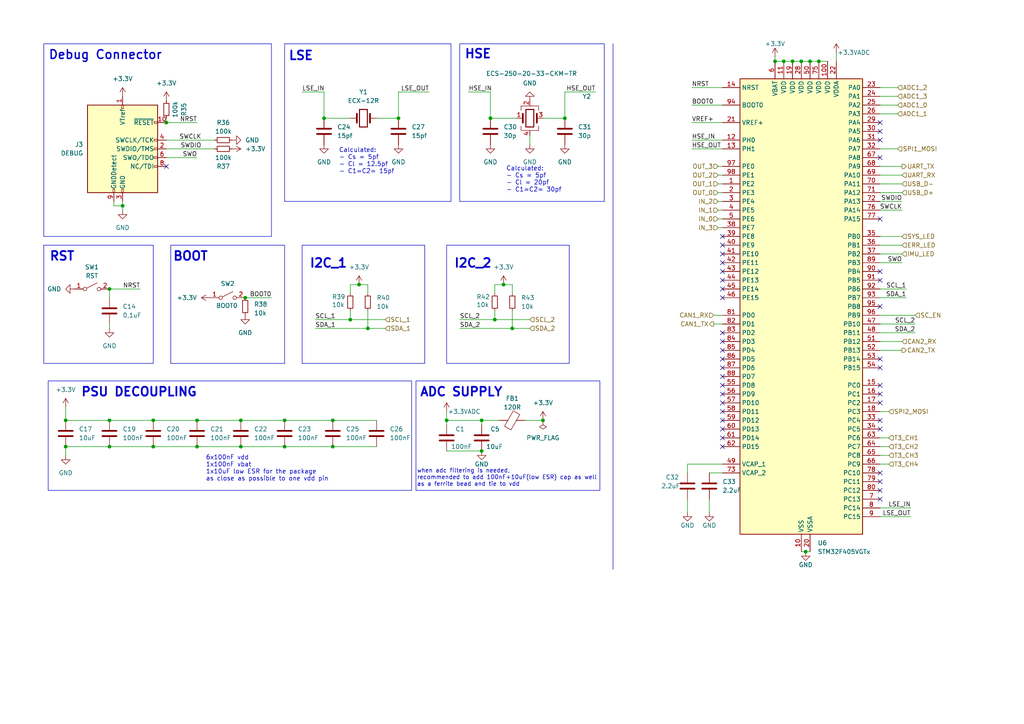
<source format=kicad_sch>
(kicad_sch (version 20231120) (generator "eeschema") (generator_version "8.0")
  (paper "A4")
  (lib_symbols
    (symbol "Connector:Conn_ARM_JTAG_SWD_10" (pin_names (offset 1.016))
      (property "Reference" "J" (at -2.54 16.51 0))
      (property "Value" "Conn_ARM_JTAG_SWD_10" (at -2.54 13.97 0))
      (symbol "Conn_ARM_JTAG_SWD_10_0_1"
        (rectangle (start -10.16 12.7) (end 10.16 -12.7) (stroke (width 0.254)) (fill (type background)))
        (rectangle (start -2.794 -12.7) (end -2.286 -11.684))
        (rectangle (start -0.254 -12.7) (end 0.254 -11.684))
        (rectangle (start -0.254 12.7) (end 0.254 11.684))
        (rectangle (start 9.144 2.286) (end 10.16 2.794))
        (rectangle (start 10.16 -2.794) (end 9.144 -2.286))
        (rectangle (start 10.16 -0.254) (end 9.144 0.254))
        (rectangle (start 10.16 7.874) (end 9.144 7.366))
      )
      (symbol "Conn_ARM_JTAG_SWD_10_1_1"
        (rectangle (start 9.144 -5.334) (end 10.16 -4.826))
        (pin power_in line (at 0 15.24 270) (length 2.54) (name "VTref") (number "1"))
        (pin open_collector line (at 12.7 7.62 180) (length 2.54) (name "~{RESET}") (number "10"))
        (pin bidirectional line (at 12.7 0 180) (length 2.54) (name "SWDIO/TMS") (number "2"))
        (pin power_in line (at 0 -15.24 90) (length 2.54) (name "GND") (number "3"))
        (pin output line (at 12.7 2.54 180) (length 2.54) (name "SWCLK/TCK") (number "4"))
        (pin passive line (at 0 -15.24 90) (length 2.54) hide (name "GND") (number "5"))
        (pin input line (at 12.7 -2.54 180) (length 2.54) (name "SWO/TDO") (number "6"))
        (pin no_connect line (at -10.16 0 0) (length 2.54) hide (name "KEY") (number "7"))
        (pin output line (at 12.7 -5.08 180) (length 2.54) (name "NC/TDI") (number "8"))
        (pin passive line (at -2.54 -15.24 90) (length 2.54) (name "GNDDetect") (number "9"))
      )
    )
    (symbol "Device:C" (pin_numbers hide) (pin_names (offset 0.254))
      (property "Reference" "C" (at 0.635 2.54 0))
      (property "Value" "C" (at 0.635 -2.54 0))
      (symbol "C_0_1"
        (polyline (pts (xy -2.032 -0.762) (xy 2.032 -0.762)) (stroke (width 0.508)))
        (polyline (pts (xy -2.032 0.762) (xy 2.032 0.762)) (stroke (width 0.508)))
      )
      (symbol "C_1_1"
        (pin passive line (at 0 3.81 270) (length 2.794) (name "~") (number "1"))
        (pin passive line (at 0 -3.81 90) (length 2.794) (name "~") (number "2"))
      )
    )
    (symbol "Device:Crystal" (pin_numbers hide) (pin_names (offset 1.016) hide)
      (property "Reference" "Y" (at 0 3.81 0))
      (property "Value" "Crystal" (at 0 -3.81 0))
      (symbol "Crystal_0_1"
        (rectangle (start -1.143 2.54) (end 1.143 -2.54) (stroke (width 0.3048)))
        (polyline (pts (xy -2.54 0) (xy -1.905 0)))
        (polyline (pts (xy -1.905 -1.27) (xy -1.905 1.27)) (stroke (width 0.508)))
        (polyline (pts (xy 1.905 -1.27) (xy 1.905 1.27)) (stroke (width 0.508)))
        (polyline (pts (xy 2.54 0) (xy 1.905 0)))
      )
      (symbol "Crystal_1_1"
        (pin passive line (at -3.81 0 0) (length 1.27) (name "1") (number "1"))
        (pin passive line (at 3.81 0 180) (length 1.27) (name "2") (number "2"))
      )
    )
    (symbol "Device:Crystal_GND24" (pin_names (offset 1.016) hide)
      (property "Reference" "Y" (at 3.175 5.08 0))
      (property "Value" "Crystal_GND24" (at 3.175 3.175 0))
      (symbol "Crystal_GND24_0_1"
        (rectangle (start -1.143 2.54) (end 1.143 -2.54) (stroke (width 0.3048)))
        (polyline (pts (xy -2.54 0) (xy -2.032 0)))
        (polyline (pts (xy -2.032 -1.27) (xy -2.032 1.27)) (stroke (width 0.508)))
        (polyline (pts (xy 0 -3.81) (xy 0 -3.556)))
        (polyline (pts (xy 0 3.556) (xy 0 3.81)))
        (polyline (pts (xy 2.032 -1.27) (xy 2.032 1.27)) (stroke (width 0.508)))
        (polyline (pts (xy 2.032 0) (xy 2.54 0)))
        (polyline (pts (xy -2.54 -2.286) (xy -2.54 -3.556) (xy 2.54 -3.556) (xy 2.54 -2.286)))
        (polyline (pts (xy -2.54 2.286) (xy -2.54 3.556) (xy 2.54 3.556) (xy 2.54 2.286)))
      )
      (symbol "Crystal_GND24_1_1"
        (pin passive line (at -3.81 0 0) (length 1.27) (name "1") (number "1"))
        (pin passive line (at 0 5.08 270) (length 1.27) (name "2") (number "2"))
        (pin passive line (at 3.81 0 180) (length 1.27) (name "3") (number "3"))
        (pin passive line (at 0 -5.08 90) (length 1.27) (name "4") (number "4"))
      )
    )
    (symbol "Device:FerriteBead" (pin_numbers hide) (pin_names (offset 0))
      (property "Reference" "FB" (at -3.81 0.635 90))
      (property "Value" "FerriteBead" (at 3.81 0 90))
      (symbol "FerriteBead_0_1"
        (polyline (pts (xy 0 -1.27) (xy 0 -1.2192)))
        (polyline (pts (xy 0 1.27) (xy 0 1.2954)))
        (polyline (pts (xy -2.7686 0.4064) (xy -1.7018 2.2606) (xy 2.7686 -0.3048) (xy 1.6764 -2.159) (xy -2.7686 0.4064)))
      )
      (symbol "FerriteBead_1_1"
        (pin passive line (at 0 3.81 270) (length 2.54) (name "~") (number "1"))
        (pin passive line (at 0 -3.81 90) (length 2.54) (name "~") (number "2"))
      )
    )
    (symbol "Device:R_Small" (pin_numbers hide) (pin_names (offset 0.254) hide)
      (property "Reference" "R" (at 0.762 0.508 0))
      (property "Value" "R_Small" (at 0.762 -1.016 0))
      (symbol "R_Small_0_1"
        (rectangle (start -0.762 1.778) (end 0.762 -1.778) (stroke (width 0.2032)))
      )
      (symbol "R_Small_1_1"
        (pin passive line (at 0 2.54 270) (length 0.762) (name "~") (number "1"))
        (pin passive line (at 0 -2.54 90) (length 0.762) (name "~") (number "2"))
      )
    )
    (symbol "GND_1" (power) (pin_names (offset 0))
      (property "Value" "GND_1" (at 0 -3.81 0))
      (symbol "GND_1_0_1"
        (polyline (pts (xy 0 0) (xy 0 -1.27) (xy 1.27 -1.27) (xy 0 -2.54) (xy -1.27 -1.27) (xy 0 -1.27)))
      )
      (symbol "GND_1_1_1"
        (pin power_in line (at 0 0 270) (length 0) hide (name "GND") (number "1"))
      )
    )
    (symbol "GND_2" (power) (pin_numbers hide) (pin_names (offset 0) hide)
      (property "Value" "GND" (at 0 -3.81 0))
      (symbol "GND_2_0_1"
        (polyline (pts (xy 0 0) (xy 0 -1.27) (xy 1.27 -1.27) (xy 0 -2.54) (xy -1.27 -1.27) (xy 0 -1.27)))
      )
      (symbol "GND_2_1_1"
        (pin power_in line (at 0 0 270) (length 0) (name "~") (number "1"))
      )
    )
    (symbol "MCU_ST_STM32F4:STM32F405VGTx"
      (property "Reference" "U" (at -17.78 67.31 0))
      (property "Value" "STM32F405VGTx" (at 12.7 67.31 0))
      (symbol "STM32F405VGTx_0_1"
        (rectangle (start -17.78 -66.04) (end 17.78 66.04) (stroke (width 0.254)) (fill (type background)))
      )
      (symbol "STM32F405VGTx_1_1"
        (pin bidirectional line (at -22.86 35.56 0) (length 5.08) (name "PE2") (number "1"))
        (pin power_in line (at 0 -71.12 90) (length 5.08) (name "VSS") (number "10"))
        (pin power_in line (at 7.62 71.12 270) (length 5.08) (name "VDD") (number "100"))
        (pin power_in line (at -5.08 71.12 270) (length 5.08) (name "VDD") (number "11"))
        (pin bidirectional line (at -22.86 48.26 0) (length 5.08) (name "PH0") (number "12"))
        (pin bidirectional line (at -22.86 45.72 0) (length 5.08) (name "PH1") (number "13"))
        (pin input line (at -22.86 63.5 0) (length 5.08) (name "NRST") (number "14"))
        (pin bidirectional line (at 22.86 -22.86 180) (length 5.08) (name "PC0") (number "15"))
        (pin bidirectional line (at 22.86 -25.4 180) (length 5.08) (name "PC1") (number "16"))
        (pin bidirectional line (at 22.86 -27.94 180) (length 5.08) (name "PC2") (number "17"))
        (pin bidirectional line (at 22.86 -30.48 180) (length 5.08) (name "PC3") (number "18"))
        (pin power_in line (at -2.54 71.12 270) (length 5.08) (name "VDD") (number "19"))
        (pin bidirectional line (at -22.86 33.02 0) (length 5.08) (name "PE3") (number "2"))
        (pin power_in line (at 2.54 -71.12 90) (length 5.08) (name "VSSA") (number "20"))
        (pin input line (at -22.86 53.34 0) (length 5.08) (name "VREF+") (number "21"))
        (pin power_in line (at 10.16 71.12 270) (length 5.08) (name "VDDA") (number "22"))
        (pin bidirectional line (at 22.86 63.5 180) (length 5.08) (name "PA0") (number "23"))
        (pin bidirectional line (at 22.86 60.96 180) (length 5.08) (name "PA1") (number "24"))
        (pin bidirectional line (at 22.86 58.42 180) (length 5.08) (name "PA2") (number "25"))
        (pin bidirectional line (at 22.86 55.88 180) (length 5.08) (name "PA3") (number "26"))
        (pin passive line (at 0 -71.12 90) (length 5.08) hide (name "VSS") (number "27"))
        (pin power_in line (at 0 71.12 270) (length 5.08) (name "VDD") (number "28"))
        (pin bidirectional line (at 22.86 53.34 180) (length 5.08) (name "PA4") (number "29"))
        (pin bidirectional line (at -22.86 30.48 0) (length 5.08) (name "PE4") (number "3"))
        (pin bidirectional line (at 22.86 50.8 180) (length 5.08) (name "PA5") (number "30"))
        (pin bidirectional line (at 22.86 48.26 180) (length 5.08) (name "PA6") (number "31"))
        (pin bidirectional line (at 22.86 45.72 180) (length 5.08) (name "PA7") (number "32"))
        (pin bidirectional line (at 22.86 -33.02 180) (length 5.08) (name "PC4") (number "33"))
        (pin bidirectional line (at 22.86 -35.56 180) (length 5.08) (name "PC5") (number "34"))
        (pin bidirectional line (at 22.86 20.32 180) (length 5.08) (name "PB0") (number "35"))
        (pin bidirectional line (at 22.86 17.78 180) (length 5.08) (name "PB1") (number "36"))
        (pin bidirectional line (at 22.86 15.24 180) (length 5.08) (name "PB2") (number "37"))
        (pin bidirectional line (at -22.86 22.86 0) (length 5.08) (name "PE7") (number "38"))
        (pin bidirectional line (at -22.86 20.32 0) (length 5.08) (name "PE8") (number "39"))
        (pin bidirectional line (at -22.86 27.94 0) (length 5.08) (name "PE5") (number "4"))
        (pin bidirectional line (at -22.86 17.78 0) (length 5.08) (name "PE9") (number "40"))
        (pin bidirectional line (at -22.86 15.24 0) (length 5.08) (name "PE10") (number "41"))
        (pin bidirectional line (at -22.86 12.7 0) (length 5.08) (name "PE11") (number "42"))
        (pin bidirectional line (at -22.86 10.16 0) (length 5.08) (name "PE12") (number "43"))
        (pin bidirectional line (at -22.86 7.62 0) (length 5.08) (name "PE13") (number "44"))
        (pin bidirectional line (at -22.86 5.08 0) (length 5.08) (name "PE14") (number "45"))
        (pin bidirectional line (at -22.86 2.54 0) (length 5.08) (name "PE15") (number "46"))
        (pin bidirectional line (at 22.86 -5.08 180) (length 5.08) (name "PB10") (number "47"))
        (pin bidirectional line (at 22.86 -7.62 180) (length 5.08) (name "PB11") (number "48"))
        (pin power_out line (at -22.86 -45.72 0) (length 5.08) (name "VCAP_1") (number "49"))
        (pin bidirectional line (at -22.86 25.4 0) (length 5.08) (name "PE6") (number "5"))
        (pin power_in line (at 2.54 71.12 270) (length 5.08) (name "VDD") (number "50"))
        (pin bidirectional line (at 22.86 -10.16 180) (length 5.08) (name "PB12") (number "51"))
        (pin bidirectional line (at 22.86 -12.7 180) (length 5.08) (name "PB13") (number "52"))
        (pin bidirectional line (at 22.86 -15.24 180) (length 5.08) (name "PB14") (number "53"))
        (pin bidirectional line (at 22.86 -17.78 180) (length 5.08) (name "PB15") (number "54"))
        (pin bidirectional line (at -22.86 -22.86 0) (length 5.08) (name "PD8") (number "55"))
        (pin bidirectional line (at -22.86 -25.4 0) (length 5.08) (name "PD9") (number "56"))
        (pin bidirectional line (at -22.86 -27.94 0) (length 5.08) (name "PD10") (number "57"))
        (pin bidirectional line (at -22.86 -30.48 0) (length 5.08) (name "PD11") (number "58"))
        (pin bidirectional line (at -22.86 -33.02 0) (length 5.08) (name "PD12") (number "59"))
        (pin power_in line (at -7.62 71.12 270) (length 5.08) (name "VBAT") (number "6"))
        (pin bidirectional line (at -22.86 -35.56 0) (length 5.08) (name "PD13") (number "60"))
        (pin bidirectional line (at -22.86 -38.1 0) (length 5.08) (name "PD14") (number "61"))
        (pin bidirectional line (at -22.86 -40.64 0) (length 5.08) (name "PD15") (number "62"))
        (pin bidirectional line (at 22.86 -38.1 180) (length 5.08) (name "PC6") (number "63"))
        (pin bidirectional line (at 22.86 -40.64 180) (length 5.08) (name "PC7") (number "64"))
        (pin bidirectional line (at 22.86 -43.18 180) (length 5.08) (name "PC8") (number "65"))
        (pin bidirectional line (at 22.86 -45.72 180) (length 5.08) (name "PC9") (number "66"))
        (pin bidirectional line (at 22.86 43.18 180) (length 5.08) (name "PA8") (number "67"))
        (pin bidirectional line (at 22.86 40.64 180) (length 5.08) (name "PA9") (number "68"))
        (pin bidirectional line (at 22.86 38.1 180) (length 5.08) (name "PA10") (number "69"))
        (pin bidirectional line (at 22.86 -55.88 180) (length 5.08) (name "PC13") (number "7"))
        (pin bidirectional line (at 22.86 35.56 180) (length 5.08) (name "PA11") (number "70"))
        (pin bidirectional line (at 22.86 33.02 180) (length 5.08) (name "PA12") (number "71"))
        (pin bidirectional line (at 22.86 30.48 180) (length 5.08) (name "PA13") (number "72"))
        (pin power_out line (at -22.86 -48.26 0) (length 5.08) (name "VCAP_2") (number "73"))
        (pin passive line (at 0 -71.12 90) (length 5.08) hide (name "VSS") (number "74"))
        (pin power_in line (at 5.08 71.12 270) (length 5.08) (name "VDD") (number "75"))
        (pin bidirectional line (at 22.86 27.94 180) (length 5.08) (name "PA14") (number "76"))
        (pin bidirectional line (at 22.86 25.4 180) (length 5.08) (name "PA15") (number "77"))
        (pin bidirectional line (at 22.86 -48.26 180) (length 5.08) (name "PC10") (number "78"))
        (pin bidirectional line (at 22.86 -50.8 180) (length 5.08) (name "PC11") (number "79"))
        (pin bidirectional line (at 22.86 -58.42 180) (length 5.08) (name "PC14") (number "8"))
        (pin bidirectional line (at 22.86 -53.34 180) (length 5.08) (name "PC12") (number "80"))
        (pin bidirectional line (at -22.86 -2.54 0) (length 5.08) (name "PD0") (number "81"))
        (pin bidirectional line (at -22.86 -5.08 0) (length 5.08) (name "PD1") (number "82"))
        (pin bidirectional line (at -22.86 -7.62 0) (length 5.08) (name "PD2") (number "83"))
        (pin bidirectional line (at -22.86 -10.16 0) (length 5.08) (name "PD3") (number "84"))
        (pin bidirectional line (at -22.86 -12.7 0) (length 5.08) (name "PD4") (number "85"))
        (pin bidirectional line (at -22.86 -15.24 0) (length 5.08) (name "PD5") (number "86"))
        (pin bidirectional line (at -22.86 -17.78 0) (length 5.08) (name "PD6") (number "87"))
        (pin bidirectional line (at -22.86 -20.32 0) (length 5.08) (name "PD7") (number "88"))
        (pin bidirectional line (at 22.86 12.7 180) (length 5.08) (name "PB3") (number "89"))
        (pin bidirectional line (at 22.86 -60.96 180) (length 5.08) (name "PC15") (number "9"))
        (pin bidirectional line (at 22.86 10.16 180) (length 5.08) (name "PB4") (number "90"))
        (pin bidirectional line (at 22.86 7.62 180) (length 5.08) (name "PB5") (number "91"))
        (pin bidirectional line (at 22.86 5.08 180) (length 5.08) (name "PB6") (number "92"))
        (pin bidirectional line (at 22.86 2.54 180) (length 5.08) (name "PB7") (number "93"))
        (pin input line (at -22.86 58.42 0) (length 5.08) (name "BOOT0") (number "94"))
        (pin bidirectional line (at 22.86 0 180) (length 5.08) (name "PB8") (number "95"))
        (pin bidirectional line (at 22.86 -2.54 180) (length 5.08) (name "PB9") (number "96"))
        (pin bidirectional line (at -22.86 40.64 0) (length 5.08) (name "PE0") (number "97"))
        (pin bidirectional line (at -22.86 38.1 0) (length 5.08) (name "PE1") (number "98"))
        (pin passive line (at 0 -71.12 90) (length 5.08) hide (name "VSS") (number "99"))
      )
    )
    (symbol "Switch:SW_SPST" (pin_names (offset 0) hide)
      (property "Reference" "SW" (at 0 3.175 0))
      (property "Value" "SW_SPST" (at 0 -2.54 0))
      (symbol "SW_SPST_0_0"
        (circle (center -2.032 0) (radius 0.508))
        (polyline (pts (xy -1.524 0.254) (xy 1.524 1.778)))
        (circle (center 2.032 0) (radius 0.508))
      )
      (symbol "SW_SPST_1_1"
        (pin passive line (at -5.08 0 0) (length 2.54) (name "A") (number "1"))
        (pin passive line (at 5.08 0 180) (length 2.54) (name "B") (number "2"))
      )
    )
    (symbol "power:+3.3V" (power) (pin_names (offset 0))
      (property "Value" "+3.3V" (at 0 3.556 0))
      (symbol "+3.3V_0_1"
        (polyline (pts (xy -0.762 1.27) (xy 0 2.54)))
        (polyline (pts (xy 0 0) (xy 0 2.54)))
        (polyline (pts (xy 0 2.54) (xy 0.762 1.27)))
      )
      (symbol "+3.3V_1_1"
        (pin power_in line (at 0 0 90) (length 0) hide (name "+3.3V") (number "1"))
      )
    )
    (symbol "power:+3.3VADC" (power) (pin_names (offset 0))
      (property "Value" "+3.3VADC" (at 0 2.54 0))
      (symbol "+3.3VADC_0_0"
        (pin power_in line (at 0 0 90) (length 0) hide (name "+3.3VADC") (number "1"))
      )
      (symbol "+3.3VADC_0_1"
        (polyline (pts (xy -0.762 1.27) (xy 0 2.54)))
        (polyline (pts (xy 0 0) (xy 0 2.54)))
        (polyline (pts (xy 0 2.54) (xy 0.762 1.27)))
      )
    )
    (symbol "power:GND" (power) (pin_names (offset 0))
      (property "Value" "GND" (at 0 -3.81 0))
      (symbol "GND_0_1"
        (polyline (pts (xy 0 0) (xy 0 -1.27) (xy 1.27 -1.27) (xy 0 -2.54) (xy -1.27 -1.27) (xy 0 -1.27)))
      )
      (symbol "GND_1_1"
        (pin power_in line (at 0 0 270) (length 0) hide (name "GND") (number "1"))
      )
    )
    (symbol "power:PWR_FLAG" (power) (pin_numbers hide) (pin_names (offset 0) hide)
      (property "Value" "PWR_FLAG" (at 0 3.81 0))
      (symbol "PWR_FLAG_0_0"
        (pin power_out line (at 0 0 90) (length 0) (name "~") (number "1"))
      )
      (symbol "PWR_FLAG_0_1"
        (polyline (pts (xy 0 0) (xy 0 1.27) (xy -1.016 1.905) (xy 0 2.54) (xy 1.016 1.905) (xy 0 1.27)))
      )
    )
  )
  (junction (at 19.05 121.92))
  (junction (at 139.7 121.92))
  (junction (at 148.59 95.25))
  (junction (at 71.12 86.36))
  (junction (at 35.56 59.69))
  (junction (at 69.85 121.92))
  (junction (at 48.26 35.56))
  (junction (at 82.55 121.92))
  (junction (at 19.05 129.54))
  (junction (at 229.87 17.78))
  (junction (at 44.45 129.54))
  (junction (at 96.52 129.54))
  (junction (at 146.05 82.55))
  (junction (at 224.79 17.78))
  (junction (at 142.24 34.29))
  (junction (at 129.54 121.92))
  (junction (at 139.7 130.81))
  (junction (at 31.75 129.54))
  (junction (at 57.15 121.92))
  (junction (at 143.51 92.71))
  (junction (at 69.85 129.54))
  (junction (at 82.55 129.54))
  (junction (at 57.15 129.54))
  (junction (at 237.49 17.78))
  (junction (at 233.68 160.02))
  (junction (at 106.68 95.25))
  (junction (at 31.75 121.92))
  (junction (at 115.57 34.29))
  (junction (at 44.45 121.92))
  (junction (at 232.41 17.78))
  (junction (at 93.98 34.29))
  (junction (at 31.75 83.82))
  (junction (at 96.52 121.92))
  (junction (at 157.48 121.92))
  (junction (at 227.33 17.78))
  (junction (at 104.14 82.55))
  (junction (at 163.83 34.29))
  (junction (at 101.6 92.71))
  (junction (at 234.95 17.78))
  (no_connect (at 255.27 137.16))
  (no_connect (at 209.55 83.82))
  (no_connect (at 209.55 127))
  (no_connect (at 209.55 101.6))
  (no_connect (at 255.27 139.7))
  (no_connect (at 255.27 142.24))
  (no_connect (at 255.27 45.72))
  (no_connect (at 209.55 76.2))
  (no_connect (at 209.55 116.84))
  (no_connect (at 209.55 68.58))
  (no_connect (at 255.27 88.9))
  (no_connect (at 255.27 78.74))
  (no_connect (at 209.55 109.22))
  (no_connect (at 209.55 106.68))
  (no_connect (at 255.27 81.28))
  (no_connect (at 209.55 114.3))
  (no_connect (at 209.55 104.14))
  (no_connect (at 255.27 121.92))
  (no_connect (at 255.27 63.5))
  (no_connect (at 48.26 48.26))
  (no_connect (at 209.55 129.54))
  (no_connect (at 255.27 114.3))
  (no_connect (at 209.55 111.76))
  (no_connect (at 255.27 35.56))
  (no_connect (at 209.55 78.74))
  (no_connect (at 209.55 96.52))
  (no_connect (at 209.55 99.06))
  (no_connect (at 255.27 116.84))
  (no_connect (at 255.27 40.64))
  (no_connect (at 255.27 111.76))
  (no_connect (at 209.55 71.12))
  (no_connect (at 255.27 144.78))
  (no_connect (at 255.27 106.68))
  (no_connect (at 255.27 104.14))
  (no_connect (at 209.55 73.66))
  (no_connect (at 255.27 38.1))
  (no_connect (at 209.55 86.36))
  (no_connect (at 209.55 119.38))
  (no_connect (at 255.27 124.46))
  (no_connect (at 209.55 121.92))
  (no_connect (at 209.55 81.28))
  (no_connect (at 209.55 124.46))
  (wire (pts (xy 129.54 130.81) (xy 139.7 130.81)))
  (wire (pts (xy 207.01 93.98) (xy 209.55 93.98)))
  (wire (pts (xy 209.55 35.56) (xy 200.66 35.56)))
  (wire (pts (xy 139.7 121.92) (xy 144.78 121.92)))
  (wire (pts (xy 35.56 60.96) (xy 35.56 59.69)))
  (wire (pts (xy 208.28 63.5) (xy 209.55 63.5)))
  (wire (pts (xy 115.57 26.67) (xy 124.46 26.67)))
  (wire (pts (xy 229.87 17.78) (xy 232.41 17.78)))
  (wire (pts (xy 146.05 82.55) (xy 148.59 82.55)))
  (wire (pts (xy 257.81 132.08) (xy 255.27 132.08)))
  (wire (pts (xy 234.95 17.78) (xy 237.49 17.78)))
  (wire (pts (xy 200.66 30.48) (xy 209.55 30.48)))
  (wire (pts (xy 237.49 17.78) (xy 240.03 17.78)))
  (wire (pts (xy 255.27 55.88) (xy 261.62 55.88)))
  (wire (pts (xy 129.54 121.92) (xy 139.7 121.92)))
  (wire (pts (xy 199.39 137.16) (xy 199.39 134.62)))
  (wire (pts (xy 143.51 85.09) (xy 143.51 82.55)))
  (wire (pts (xy 104.14 82.55) (xy 106.68 82.55)))
  (wire (pts (xy 208.28 50.8) (xy 209.55 50.8)))
  (wire (pts (xy 31.75 83.82) (xy 31.75 86.36)))
  (wire (pts (xy 257.81 134.62) (xy 255.27 134.62)))
  (wire (pts (xy 48.26 40.64) (xy 62.23 40.64)))
  (wire (pts (xy 106.68 95.25) (xy 111.76 95.25)))
  (wire (pts (xy 242.57 15.24) (xy 242.57 17.78)))
  (wire (pts (xy 264.16 147.32) (xy 255.27 147.32)))
  (wire (pts (xy 62.23 43.18) (xy 48.26 43.18)))
  (wire (pts (xy 148.59 90.17) (xy 148.59 95.25)))
  (wire (pts (xy 257.81 119.38) (xy 255.27 119.38)))
  (wire (pts (xy 255.27 83.82) (xy 262.89 83.82)))
  (wire (pts (xy 31.75 93.98) (xy 31.75 95.25)))
  (wire (pts (xy 208.28 48.26) (xy 209.55 48.26)))
  (wire (pts (xy 255.27 101.6) (xy 261.62 101.6)))
  (wire (pts (xy 101.6 85.09) (xy 101.6 82.55)))
  (wire (pts (xy 82.55 129.54) (xy 96.52 129.54)))
  (wire (pts (xy 255.27 76.2) (xy 261.62 76.2)))
  (wire (pts (xy 139.7 121.92) (xy 139.7 123.19)))
  (wire (pts (xy 265.43 96.52) (xy 255.27 96.52)))
  (wire (pts (xy 148.59 82.55) (xy 148.59 85.09)))
  (wire (pts (xy 261.62 50.8) (xy 255.27 50.8)))
  (wire (pts (xy 115.57 26.67) (xy 115.57 34.29)))
  (wire (pts (xy 157.48 121.92) (xy 152.4 121.92)))
  (wire (pts (xy 115.57 34.29) (xy 109.22 34.29)))
  (wire (pts (xy 208.28 66.04) (xy 209.55 66.04)))
  (wire (pts (xy 205.74 137.16) (xy 209.55 137.16)))
  (wire (pts (xy 142.24 34.29) (xy 149.86 34.29)))
  (wire (pts (xy 57.15 121.92) (xy 69.85 121.92)))
  (wire (pts (xy 261.62 48.26) (xy 255.27 48.26)))
  (wire (pts (xy 93.98 34.29) (xy 101.6 34.29)))
  (wire (pts (xy 91.44 95.25) (xy 106.68 95.25)))
  (wire (pts (xy 101.6 82.55) (xy 104.14 82.55)))
  (wire (pts (xy 233.68 160.02) (xy 234.95 160.02)))
  (wire (pts (xy 69.85 121.92) (xy 82.55 121.92)))
  (wire (pts (xy 224.79 16.51) (xy 224.79 17.78)))
  (wire (pts (xy 48.26 34.29) (xy 48.26 35.56)))
  (wire (pts (xy 208.28 55.88) (xy 209.55 55.88)))
  (wire (pts (xy 257.81 129.54) (xy 255.27 129.54)))
  (wire (pts (xy 260.35 25.4) (xy 255.27 25.4)))
  (wire (pts (xy 19.05 121.92) (xy 31.75 121.92)))
  (wire (pts (xy 163.83 26.67) (xy 172.72 26.67)))
  (wire (pts (xy 48.26 35.56) (xy 57.15 35.56)))
  (wire (pts (xy 153.67 41.91) (xy 153.67 39.37)))
  (polyline (pts (xy 177.8 12.7) (xy 177.8 165.1)))
  (wire (pts (xy 33.02 58.42) (xy 33.02 59.69)))
  (wire (pts (xy 91.44 92.71) (xy 101.6 92.71)))
  (wire (pts (xy 96.52 129.54) (xy 109.22 129.54)))
  (wire (pts (xy 260.35 33.02) (xy 255.27 33.02)))
  (wire (pts (xy 264.16 149.86) (xy 255.27 149.86)))
  (wire (pts (xy 133.35 92.71) (xy 143.51 92.71)))
  (wire (pts (xy 129.54 121.92) (xy 129.54 123.19)))
  (wire (pts (xy 261.62 71.12) (xy 255.27 71.12)))
  (wire (pts (xy 261.62 73.66) (xy 255.27 73.66)))
  (wire (pts (xy 208.28 53.34) (xy 209.55 53.34)))
  (wire (pts (xy 265.43 93.98) (xy 255.27 93.98)))
  (wire (pts (xy 19.05 118.11) (xy 19.05 121.92)))
  (wire (pts (xy 208.28 60.96) (xy 209.55 60.96)))
  (wire (pts (xy 82.55 121.92) (xy 96.52 121.92)))
  (wire (pts (xy 71.12 86.36) (xy 78.74 86.36)))
  (wire (pts (xy 101.6 90.17) (xy 101.6 92.71)))
  (wire (pts (xy 232.41 160.02) (xy 233.68 160.02)))
  (wire (pts (xy 142.24 34.29) (xy 142.24 26.67)))
  (wire (pts (xy 87.63 26.67) (xy 93.98 26.67)))
  (wire (pts (xy 205.74 144.78) (xy 205.74 148.59)))
  (wire (pts (xy 260.35 43.18) (xy 255.27 43.18)))
  (wire (pts (xy 261.62 68.58) (xy 255.27 68.58)))
  (wire (pts (xy 255.27 58.42) (xy 261.62 58.42)))
  (wire (pts (xy 106.68 82.55) (xy 106.68 85.09)))
  (wire (pts (xy 93.98 34.29) (xy 93.98 26.67)))
  (wire (pts (xy 257.81 127) (xy 255.27 127)))
  (wire (pts (xy 265.43 91.44) (xy 255.27 91.44)))
  (wire (pts (xy 207.01 91.44) (xy 209.55 91.44)))
  (wire (pts (xy 227.33 17.78) (xy 229.87 17.78)))
  (wire (pts (xy 44.45 121.92) (xy 57.15 121.92)))
  (wire (pts (xy 200.66 25.4) (xy 209.55 25.4)))
  (wire (pts (xy 232.41 17.78) (xy 234.95 17.78)))
  (wire (pts (xy 33.02 59.69) (xy 35.56 59.69)))
  (wire (pts (xy 163.83 34.29) (xy 163.83 26.67)))
  (wire (pts (xy 148.59 95.25) (xy 153.67 95.25)))
  (wire (pts (xy 35.56 59.69) (xy 35.56 58.42)))
  (wire (pts (xy 57.15 129.54) (xy 69.85 129.54)))
  (wire (pts (xy 31.75 121.92) (xy 44.45 121.92)))
  (wire (pts (xy 31.75 129.54) (xy 44.45 129.54)))
  (wire (pts (xy 157.48 34.29) (xy 163.83 34.29)))
  (wire (pts (xy 260.35 30.48) (xy 255.27 30.48)))
  (wire (pts (xy 129.54 119.38) (xy 129.54 121.92)))
  (wire (pts (xy 106.68 90.17) (xy 106.68 95.25)))
  (wire (pts (xy 200.66 43.18) (xy 209.55 43.18)))
  (wire (pts (xy 143.51 90.17) (xy 143.51 92.71)))
  (wire (pts (xy 19.05 129.54) (xy 19.05 132.08)))
  (wire (pts (xy 143.51 82.55) (xy 146.05 82.55)))
  (wire (pts (xy 208.28 58.42) (xy 209.55 58.42)))
  (wire (pts (xy 255.27 53.34) (xy 261.62 53.34)))
  (wire (pts (xy 260.35 27.94) (xy 255.27 27.94)))
  (wire (pts (xy 44.45 129.54) (xy 57.15 129.54)))
  (wire (pts (xy 135.89 26.67) (xy 142.24 26.67)))
  (wire (pts (xy 96.52 121.92) (xy 109.22 121.92)))
  (wire (pts (xy 69.85 129.54) (xy 82.55 129.54)))
  (wire (pts (xy 255.27 99.06) (xy 261.62 99.06)))
  (wire (pts (xy 101.6 92.71) (xy 111.76 92.71)))
  (wire (pts (xy 57.15 45.72) (xy 48.26 45.72)))
  (wire (pts (xy 224.79 17.78) (xy 227.33 17.78)))
  (wire (pts (xy 19.05 129.54) (xy 31.75 129.54)))
  (wire (pts (xy 133.35 95.25) (xy 148.59 95.25)))
  (wire (pts (xy 143.51 92.71) (xy 153.67 92.71)))
  (wire (pts (xy 255.27 60.96) (xy 261.62 60.96)))
  (wire (pts (xy 199.39 134.62) (xy 209.55 134.62)))
  (wire (pts (xy 199.39 144.78) (xy 199.39 148.59)))
  (wire (pts (xy 31.75 83.82) (xy 40.64 83.82)))
  (wire (pts (xy 255.27 86.36) (xy 262.89 86.36)))
  (wire (pts (xy 200.66 40.64) (xy 209.55 40.64)))
  (rectangle (start 12.7 71.12) (end 44.45 105.41))
  (rectangle (start 13.97 110.49) (end 119.38 142.24))
  (rectangle (start 133.35 12.7) (end 175.26 58.42))
  (rectangle (start 12.7 12.7) (end 78.74 68.58))
  (rectangle (start 129.54 71.12) (end 165.1 105.41))
  (rectangle (start 49.53 71.12) (end 82.55 105.41))
  (rectangle (start 87.63 71.12) (end 123.19 105.41))
  (rectangle (start 82.55 12.7) (end 130.81 58.42))
  (rectangle (start 120.65 110.49) (end 173.99 142.24))
  (text "I2C_2\n" (at 131.572 77.978 0) (effects (font (size 2.54 2.54) (thickness 0.508) (bold yes)) (justify left bottom)))
  (text "Calculated:\n- Cs = 5pf\n- Cl = 20pf\n- C1=C2= 30pf" (at 146.812 52.07 0) (effects (font (size 1.27 1.27)) (justify left)))
  (text "Debug Connector" (at 13.97 17.526 0) (effects (font (size 2.54 2.54) (thickness 0.4) (bold yes)) (justify left bottom)))
  (text "when adc filtering is needed,\nrecommended to add 100nF+10uF(low ESR) cap as well \nas a ferrite bead and tie to vdd" (at 120.904 141.224 0) (effects (font (size 1.2 1.2)) (justify left bottom)))
  (text "6x100nF vdd \n1x100nF vbat\n1x10uF low ESR for the package \nas close as possible to one vdd pin\n" (at 59.69 139.7 0) (effects (font (size 1.27 1.27)) (justify left bottom)))
  (text "BOOT" (at 50.038 75.946 0) (effects (font (size 2.54 2.54) (thickness 0.508) (bold yes)) (justify left bottom)))
  (text "PSU DECOUPLING" (at 23.368 115.316 0) (effects (font (size 2.54 2.54) (thickness 0.508) (bold yes)) (justify left bottom)))
  (text "RST" (at 14.224 75.946 0) (effects (font (size 2.54 2.54) (thickness 0.508) (bold yes)) (justify left bottom)))
  (text "Calculated:\n- Cs = 5pf\n- Cl = 12.5pf\n- C1=C2= 15pf" (at 98.298 46.736 0) (effects (font (size 1.27 1.27)) (justify left)))
  (text "LSE" (at 83.566 17.78 0) (effects (font (size 2.54 2.54) (thickness 0.508) (bold yes)) (justify left bottom)))
  (text "I2C_1\n" (at 89.662 77.978 0) (effects (font (size 2.54 2.54) (thickness 0.508) (bold yes)) (justify left bottom)))
  (text "ADC SUPPLY" (at 121.666 115.316 0) (effects (font (size 2.54 2.54) (thickness 0.508) (bold yes)) (justify left bottom)))
  (text "HSE" (at 134.62 17.272 0) (effects (font (size 2.54 2.54) (thickness 0.508) (bold yes)) (justify left bottom)))
  (label "SWO" (at 261.62 76.2 180))
  (label "BOOT0" (at 78.74 86.36 180))
  (label "SWDIO" (at 58.42 43.18 180))
  (label "SDA_2" (at 133.35 95.25 0))
  (label "LSE_OUT" (at 264.16 149.86 180))
  (label "SCL_1" (at 91.44 92.71 0))
  (label "SDA_1" (at 91.44 95.25 0))
  (label "VREF+" (at 200.66 35.56 0))
  (label "HSE_IN" (at 200.66 40.64 0))
  (label "HSE_IN" (at 135.89 26.67 0))
  (label "SWO" (at 57.15 45.72 180))
  (label "SWCLK" (at 261.62 60.96 180))
  (label "NRST" (at 40.64 83.82 180))
  (label "NRST" (at 200.66 25.4 0))
  (label "SDA_2" (at 265.43 96.52 180))
  (label "LSE_IN" (at 87.63 26.67 0))
  (label "SWDIO" (at 261.62 58.42 180))
  (label "LSE_OUT" (at 124.46 26.67 180))
  (label "SDA_1" (at 262.89 86.36 180))
  (label "SCL_2" (at 265.43 93.98 180))
  (label "HSE_OUT" (at 200.66 43.18 0))
  (label "SCL_1" (at 262.89 83.82 180))
  (label "NRST" (at 57.15 35.56 180))
  (label "HSE_OUT" (at 172.72 26.67 180))
  (label "SWCLK" (at 58.42 40.64 180))
  (label "LSE_IN" (at 264.16 147.32 180))
  (label "SCL_2" (at 133.35 92.71 0))
  (label "BOOT0" (at 200.66 30.48 0))
  (hierarchical_label "OUT_0" (shape input) (at 208.28 55.88 180))
  (hierarchical_label "T3_CH2" (shape input) (at 257.81 129.54 0))
  (hierarchical_label "SCL_1" (shape input) (at 111.76 92.71 0))
  (hierarchical_label "T3_CH4" (shape input) (at 257.81 134.62 0))
  (hierarchical_label "ADC1_0" (shape input) (at 260.35 30.48 0))
  (hierarchical_label "IN_1" (shape input) (at 208.28 60.96 180))
  (hierarchical_label "IN_0" (shape input) (at 208.28 63.5 180))
  (hierarchical_label "SYS_LED" (shape input) (at 261.62 68.58 0))
  (hierarchical_label "SPI1_MOSI" (shape input) (at 260.35 43.18 0))
  (hierarchical_label "IMU_LED" (shape input) (at 261.62 73.66 0))
  (hierarchical_label "ERR_LED" (shape input) (at 261.62 71.12 0))
  (hierarchical_label "USB_D-" (shape input) (at 261.62 53.34 0))
  (hierarchical_label "SDA_2" (shape input) (at 153.67 95.25 0))
  (hierarchical_label "CAN2_RX" (shape input) (at 261.62 99.06 0))
  (hierarchical_label "T3_CH3" (shape input) (at 257.81 132.08 0))
  (hierarchical_label "USB_D+" (shape input) (at 261.62 55.88 0))
  (hierarchical_label "CAN1_RX" (shape input) (at 207.01 91.44 180))
  (hierarchical_label "UART_TX" (shape output) (at 261.62 48.26 0))
  (hierarchical_label "ADC1_1" (shape input) (at 260.35 33.02 0))
  (hierarchical_label "OUT_3" (shape input) (at 208.28 48.26 180))
  (hierarchical_label "OUT_2" (shape input) (at 208.28 50.8 180))
  (hierarchical_label "OUT_1" (shape input) (at 208.28 53.34 180))
  (hierarchical_label "IN_3" (shape input) (at 208.28 66.04 180))
  (hierarchical_label "ADC1_3" (shape input) (at 260.35 27.94 0))
  (hierarchical_label "CAN2_TX" (shape output) (at 261.62 101.6 0))
  (hierarchical_label "SC_EN" (shape input) (at 265.43 91.44 0))
  (hierarchical_label "CAN1_TX" (shape output) (at 207.01 93.98 180))
  (hierarchical_label "IN_2" (shape input) (at 208.28 58.42 180))
  (hierarchical_label "SDA_1" (shape input) (at 111.76 95.25 0))
  (hierarchical_label "UART_RX" (shape input) (at 261.62 50.8 0))
  (hierarchical_label "T3_CH1" (shape input) (at 257.81 127 0))
  (hierarchical_label "SCL_2" (shape input) (at 153.67 92.71 0))
  (hierarchical_label "SPI2_MOSI" (shape input) (at 257.81 119.38 0))
  (hierarchical_label "ADC1_2" (shape input) (at 260.35 25.4 0))
  (symbol (lib_id "power:+3.3V") (at 67.31 43.18 270) (unit 1)
    (property "Reference" "#PWR085" (effects (hide yes)))
    (property "Value" "+3.3V" (at 71.12 43.1799 90) (effects (justify left)))
  )
  (symbol (lib_id "Device:R_Small") (at 143.51 87.63 0) (unit 1)
    (property "Reference" "R42" (at 138.176 86.106 0) (effects (justify left)))
    (property "Value" "10k" (at 138.176 88.392 0) (effects (justify left)))
    (property "Footprint" "Resistor_SMD:R_0603_1608Metric" (effects (hide yes)))
    (property "Description" "Resistor, small symbol" (effects (hide yes)))
  )
  (symbol (lib_id "power:+3.3VADC") (at 242.57 15.24 0) (unit 1)
    (property "Reference" "#PWR0115" (effects (hide yes)))
    (property "Value" "+3.3VADC" (at 247.65 15.24 0))
    (instances (project "TER_MAIN_MODULE" (path "" (reference "#PWR0115") (unit 1))) (project "TER_PEDAL" (path "" (reference "#PWR04") (unit 1))) (project "TeR_ECU" (path "" (reference "#PWR0102") (unit 1))) (project "TeR_FrontAxle" (path "" (reference "#PWR011") (unit 1))))
  )
  (symbol (lib_id "Device:Crystal") (at 105.41 34.29 0) (unit 1) (on_board no)
    (property "Reference" "Y1" (at 105.41 26.67 0))
    (property "Value" "ECX-12R" (at 105.41 29.21 0))
    (property "Footprint" "Crystal:Crystal_SMD_2012-2Pin_2.0x1.2mm" (effects (hide yes)))
    (property "Datasheet" "https://www.ecsxtal.com/store/pdf/ECX-12R.pdf" (effects (hide yes)))
    (property "Description" "LSE 32.768khz" (effects (hide yes)))
  )
  (symbol (lib_id "Device:C") (at 69.85 125.73 0) (unit 1)
    (property "Reference" "C22" (at 73.66 124.46 0) (effects (justify left)))
    (property "Value" "100nF" (at 73.66 127 0) (effects (justify left)))
    (property "Footprint" "Capacitor_SMD:C_0603_1608Metric" (effects (hide yes)))
  )
  (symbol (lib_id "Device:C") (at 93.98 38.1 0) (unit 1) (on_board no)
    (property "Reference" "C24" (at 97.79 36.8299 0) (effects (justify left)))
    (property "Value" "15pf" (at 97.79 39.3699 0) (effects (justify left)))
    (property "Footprint" "Capacitor_SMD:C_0603_1608Metric" (effects (hide yes)))
    (property "Description" "Unpolarized capacitor" (effects (hide yes)))
  )
  (symbol (lib_id "power:+3.3V") (at 35.56 27.94 0) (unit 1)
    (property "Reference" "#PWR080" (effects (hide yes)))
    (property "Value" "+3.3V" (at 35.56 22.86 0))
  )
  (symbol (lib_id "Device:C") (at 96.52 125.73 0) (unit 1)
    (property "Reference" "C25" (at 100.33 124.46 0) (effects (justify left)))
    (property "Value" "100nF" (at 100.33 127 0) (effects (justify left)))
    (property "Footprint" "Capacitor_SMD:C_0603_1608Metric" (effects (hide yes)))
  )
  (symbol (lib_name "GND_1") (lib_id "power:GND") (at 67.31 40.64 90) (unit 1)
    (property "Reference" "#PWR084" (effects (hide yes)))
    (property "Value" "GND" (at 71.12 40.6399 90) (effects (justify right)))
  )
  (symbol (lib_id "Switch:SW_SPST") (at 66.04 86.36 0) (unit 1)
    (property "Reference" "SW2" (at 66.04 82.296 0))
    (property "Value" "BOOT0" (at 65.786 88.646 0))
    (property "Footprint" "Button_Switch_SMD:SW_SPST_PTS810" (effects (hide yes)))
  )
  (symbol (lib_id "Device:C") (at 115.57 38.1 0) (unit 1) (on_board no)
    (property "Reference" "C27" (at 119.38 36.8299 0) (effects (justify left)))
    (property "Value" "15pf" (at 119.38 39.3699 0) (effects (justify left)))
    (property "Footprint" "Capacitor_SMD:C_0603_1608Metric" (effects (hide yes)))
    (property "Description" "Unpolarized capacitor" (effects (hide yes)))
  )
  (symbol (lib_id "power:GND") (at 205.74 148.59 0) (unit 1)
    (property "Reference" "#PWR0117" (effects (hide yes)))
    (property "Value" "GND" (at 205.74 152.4 0))
    (instances (project "TER_MAIN_MODULE" (path "" (reference "#PWR0117") (unit 1))) (project "TER_PEDAL" (path "" (reference "#PWR05") (unit 1))) (project "TeR_ECU" (path "" (reference "#PWR099") (unit 1))) (project "TeR_FrontAxle" (path "" (reference "#PWR014") (unit 1))))
  )
  (symbol (lib_id "power:GND") (at 21.59 83.82 270) (unit 1)
    (property "Reference" "#PWR078" (effects (hide yes)))
    (property "Value" "GND" (at 17.78 83.8199 90) (effects (justify right)))
  )
  (symbol (lib_id "Device:C") (at 199.39 140.97 0) (unit 1)
    (property "Reference" "C32" (at 193.04 138.43 0) (effects (justify left)))
    (property "Value" "2.2uF" (at 191.77 140.97 0) (effects (justify left)))
    (property "Footprint" "Capacitor_SMD:C_0805_2012Metric" (effects (hide yes)))
  )
  (symbol (lib_id "power:GND") (at 71.12 91.44 0) (unit 1)
    (property "Reference" "#PWR086" (effects (hide yes)))
    (property "Value" "GND" (at 71.12 96.52 0))
  )
  (symbol (lib_id "Device:C") (at 129.54 127 0) (unit 1)
    (property "Reference" "C1" (at 132.08 124.46 0) (effects (justify left)))
    (property "Value" "100nF" (at 130.81 129.54 0) (effects (justify left)))
    (property "Footprint" "Capacitor_SMD:C_0402_1005Metric" (effects (hide yes)))
    (instances (project "TER_MAIN_MODULE" (path "" (reference "C1") (unit 1))) (project "TER_PEDAL" (path "" (reference "C6") (unit 1))) (project "TeR_ECU" (path "" (reference "C28") (unit 1))) (project "TeR_FrontAxle" (path "" (reference "C6") (unit 1))))
  )
  (symbol (lib_id "Device:R_Small") (at 48.26 31.75 0) (unit 1)
    (property "Reference" "R35" (at 53.34 31.75 90))
    (property "Value" "100k" (at 50.8 31.75 90))
    (property "Footprint" "Resistor_SMD:R_0603_1608Metric" (effects (hide yes)))
    (property "Description" "Resistor, small symbol" (effects (hide yes)))
  )
  (symbol (lib_id "power:+3.3V") (at 146.05 82.55 0) (unit 1)
    (property "Reference" "#PWR093" (effects (hide yes)))
    (property "Value" "+3.3V" (at 146.05 77.47 0))
    (property "Description" "Power symbol creates a global label with name \"+3.3V\"" (effects (hide yes)))
  )
  (symbol (lib_id "Device:C") (at 139.7 127 0) (unit 1)
    (property "Reference" "C5" (at 142.24 124.46 0) (effects (justify left)))
    (property "Value" "10uF" (at 140.97 129.54 0) (effects (justify left)))
    (property "Footprint" "Capacitor_SMD:C_0402_1005Metric" (effects (hide yes)))
    (instances (project "TER_MAIN_MODULE" (path "" (reference "C5") (unit 1))) (project "TER_PEDAL" (path "" (reference "C7") (unit 1))) (project "TeR_ECU" (path "" (reference "C29") (unit 1))) (project "TeR_FrontAxle" (path "" (reference "C9") (unit 1))))
  )
  (symbol (lib_id "Device:C") (at 31.75 90.17 0) (unit 1)
    (property "Reference" "C14" (at 35.56 88.9 0) (effects (justify left)))
    (property "Value" "0,1uF" (at 35.56 91.44 0) (effects (justify left)))
    (property "Footprint" "Capacitor_SMD:C_0603_1608Metric" (effects (hide yes)))
    (instances (project "TER_PEDAL" (path "" (reference "C14") (unit 1))) (project "TeR_ECU" (path "" (reference "C18") (unit 1))) (project "TeR_FrontAxle" (path "" (reference "C11") (unit 1))))
  )
  (symbol (lib_id "power:+3.3V") (at 48.26 29.21 0) (unit 1)
    (property "Reference" "#PWR082" (effects (hide yes)))
    (property "Value" "+3.3V" (at 48.26 24.13 0))
  )
  (symbol (lib_id "Device:FerriteBead") (at 148.59 121.92 90) (unit 1)
    (property "Reference" "FB1" (at 148.59 115.57 90))
    (property "Value" "120R" (at 148.59 118.11 90))
    (property "Footprint" "Inductor_SMD:L_0805_2012Metric" (effects (hide yes)))
  )
  (symbol (lib_id "MCU_ST_STM32F4:STM32F405VGTx") (at 232.41 88.9 0) (unit 1)
    (property "Reference" "U6" (at 237.1441 157.48 0) (effects (justify left)))
    (property "Value" "STM32F405VGTx" (at 237.1441 160.02 0) (effects (justify left)))
    (property "Footprint" "Package_QFP:LQFP-100_14x14mm_P0.5mm" (effects (hide yes)))
    (property "Datasheet" "https://www.st.com/resource/en/datasheet/stm32f405vg.pdf" (effects (hide yes)))
  )
  (symbol (lib_id "power:+3.3V") (at 60.96 86.36 90) (unit 1)
    (property "Reference" "#PWR083" (effects (hide yes)))
    (property "Value" "+3.3V" (at 57.15 86.3599 90) (effects (justify left)))
  )
  (symbol (lib_id "Device:C") (at 163.83 38.1 0) (unit 1)
    (property "Reference" "C31" (at 167.64 36.8299 0) (effects (justify left)))
    (property "Value" "30p" (at 167.64 39.3699 0) (effects (justify left)))
    (property "Footprint" "Capacitor_SMD:C_0603_1608Metric" (effects (hide yes)))
    (property "Description" "Unpolarized capacitor" (effects (hide yes)))
  )
  (symbol (lib_id "Switch:SW_SPST") (at 26.67 83.82 0) (unit 1)
    (property "Reference" "SW1" (at 26.67 77.47 0))
    (property "Value" "RST" (at 26.67 80.01 0))
    (property "Footprint" "Button_Switch_SMD:SW_SPST_PTS810" (effects (hide yes)))
  )
  (symbol (lib_name "GND_2") (lib_id "power:GND") (at 142.24 41.91 0) (unit 1)
    (property "Reference" "#PWR092" (effects (hide yes)))
    (property "Value" "GND" (at 142.24 46.99 0))
    (property "Description" "Power symbol creates a global label with name \"GND\" , ground" (effects (hide yes)))
  )
  (symbol (lib_id "Device:R_Small") (at 148.59 87.63 0) (unit 1)
    (property "Reference" "R43" (at 151.13 86.3599 0) (effects (justify left)))
    (property "Value" "10k" (at 151.13 88.8999 0) (effects (justify left)))
    (property "Footprint" "Resistor_SMD:R_0603_1608Metric" (effects (hide yes)))
    (property "Description" "Resistor, small symbol" (effects (hide yes)))
  )
  (symbol (lib_id "power:PWR_FLAG") (at 157.48 121.92 180) (unit 1)
    (property "Reference" "#FLG03" (effects (hide yes)))
    (property "Value" "PWR_FLAG" (at 157.48 127 0))
    (property "Description" "Special symbol for telling ERC where power comes from" (effects (hide yes)))
  )
  (symbol (lib_id "Device:R_Small") (at 106.68 87.63 0) (unit 1)
    (property "Reference" "R40" (at 109.22 86.3599 0) (effects (justify left)))
    (property "Value" "10k" (at 109.22 88.8999 0) (effects (justify left)))
    (property "Footprint" "Resistor_SMD:R_0603_1608Metric" (effects (hide yes)))
    (property "Description" "Resistor, small symbol" (effects (hide yes)))
  )
  (symbol (lib_id "power:+3.3VADC") (at 129.54 119.38 0) (unit 1)
    (property "Reference" "#PWR0115" (effects (hide yes)))
    (property "Value" "+3.3VADC" (at 134.62 119.38 0))
    (instances (project "TER_MAIN_MODULE" (path "" (reference "#PWR0115") (unit 1))) (project "TER_PEDAL" (path "" (reference "#PWR04") (unit 1))) (project "TeR_ECU" (path "" (reference "#PWR090") (unit 1))) (project "TeR_FrontAxle" (path "" (reference "#PWR011") (unit 1))))
  )
  (symbol (lib_id "power:+3.3V") (at 104.14 82.55 0) (unit 1)
    (property "Reference" "#PWR088" (effects (hide yes)))
    (property "Value" "+3.3V" (at 104.14 77.47 0))
    (property "Description" "Power symbol creates a global label with name \"+3.3V\"" (effects (hide yes)))
  )
  (symbol (lib_id "Device:C") (at 142.24 38.1 0) (unit 1)
    (property "Reference" "C30" (at 146.05 36.8299 0) (effects (justify left)))
    (property "Value" "30p" (at 146.05 39.3699 0) (effects (justify left)))
    (property "Footprint" "Capacitor_SMD:C_0603_1608Metric" (effects (hide yes)))
    (property "Description" "Unpolarized capacitor" (effects (hide yes)))
  )
  (symbol (lib_id "Device:Crystal_GND24") (at 153.67 34.29 0) (unit 1)
    (property "Reference" "Y2" (at 170.18 27.9714 0))
    (property "Value" "ECS-250-20-33-CKM-TR" (at 154.178 21.336 0))
    (property "Footprint" "Crystal:Crystal_SMD_3225-4Pin_3.2x2.5mm" (effects (hide yes)))
    (property "Datasheet" "https://www.mouser.es/datasheet/2/122/ecx_32-6206.pdf" (effects (hide yes)))
    (property "Description" "Four pin crystal, GND on pins 2 and 4" (effects (hide yes)))
  )
  (symbol (lib_name "GND_2") (lib_id "power:GND") (at 115.57 41.91 0) (unit 1) (on_board no)
    (property "Reference" "#PWR089" (effects (hide yes)))
    (property "Value" "GND" (at 115.57 46.99 0))
    (property "Description" "Power symbol creates a global label with name \"GND\" , ground" (effects (hide yes)))
  )
  (symbol (lib_id "power:GND") (at 31.75 95.25 0) (unit 1)
    (property "Reference" "#PWR020" (effects (hide yes)))
    (property "Value" "GND" (at 31.75 100.33 0))
    (instances (project "TER_PEDAL" (path "" (reference "#PWR020") (unit 1))) (project "TeR_ECU" (path "" (reference "#PWR079") (unit 1))) (project "TeR_FrontAxle" (path "" (reference "#PWR015") (unit 1))))
  )
  (symbol (lib_id "Connector:Conn_ARM_JTAG_SWD_10") (at 35.56 43.18 0) (unit 1)
    (property "Reference" "J3" (at 24.13 41.9099 0) (effects (justify right)))
    (property "Value" "DEBUG" (at 24.13 44.4499 0) (effects (justify right)))
    (property "Footprint" "Connector_PinHeader_1.27mm:PinHeader_2x05_P1.27mm_Vertical" (effects (hide yes)))
    (property "Datasheet" "http://infocenter.arm.com/help/topic/com.arm.doc.ddi0314h/DDI0314H_coresight_components_trm.pdf" (effects (hide yes)))
    (property "Description" "Cortex Debug Connector, standard ARM Cortex-M SWD and JTAG interface" (effects (hide yes)))
  )
  (symbol (lib_name "GND_2") (lib_id "power:GND") (at 153.67 41.91 0) (unit 1)
    (property "Reference" "#PWR095" (effects (hide yes)))
    (property "Value" "GND" (at 153.67 46.99 0))
    (property "Description" "Power symbol creates a global label with name \"GND\" , ground" (effects (hide yes)))
  )
  (symbol (lib_id "power:GND") (at 139.7 130.81 0) (unit 1)
    (property "Reference" "#PWR0117" (effects (hide yes)))
    (property "Value" "GND" (at 139.7 134.62 0))
    (instances (project "TER_MAIN_MODULE" (path "" (reference "#PWR0117") (unit 1))) (project "TER_PEDAL" (path "" (reference "#PWR05") (unit 1))) (project "TeR_ECU" (path "" (reference "#PWR091") (unit 1))) (project "TeR_FrontAxle" (path "" (reference "#PWR014") (unit 1))))
  )
  (symbol (lib_id "Device:R_Small") (at 71.12 88.9 0) (unit 1)
    (property "Reference" "R38" (at 73.66 88.265 0) (effects (justify left)))
    (property "Value" "10k" (at 73.66 90.805 0) (effects (justify left)))
    (property "Footprint" "Resistor_SMD:R_0603_1608Metric" (effects (hide yes)))
  )
  (symbol (lib_name "GND_2") (lib_id "power:GND") (at 163.83 41.91 0) (unit 1)
    (property "Reference" "#PWR097" (effects (hide yes)))
    (property "Value" "GND" (at 163.83 46.99 0))
    (property "Description" "Power symbol creates a global label with name \"GND\" , ground" (effects (hide yes)))
  )
  (symbol (lib_id "Device:C") (at 57.15 125.73 0) (unit 1)
    (property "Reference" "C21" (at 60.96 124.46 0) (effects (justify left)))
    (property "Value" "100nF" (at 60.96 127 0) (effects (justify left)))
    (property "Footprint" "Capacitor_SMD:C_0603_1608Metric" (effects (hide yes)))
  )
  (symbol (lib_id "power:GND") (at 19.05 132.08 0) (unit 1)
    (property "Reference" "#PWR077" (effects (hide yes)))
    (property "Value" "GND" (at 19.05 137.16 0))
  )
  (symbol (lib_id "power:+3.3V") (at 224.79 16.51 0) (unit 1)
    (property "Reference" "#PWR0100" (effects (hide yes)))
    (property "Value" "+3.3V" (at 224.79 12.7 0))
  )
  (symbol (lib_id "Device:C") (at 205.74 140.97 0) (unit 1)
    (property "Reference" "C33" (at 209.55 139.7 0) (effects (justify left)))
    (property "Value" "2.2uF" (at 209.55 142.24 0) (effects (justify left)))
    (property "Footprint" "Capacitor_SMD:C_0805_2012Metric" (effects (hide yes)))
  )
  (symbol (lib_name "GND_2") (lib_id "power:GND") (at 153.67 29.21 180) (unit 1)
    (property "Reference" "#PWR094" (effects (hide yes)))
    (property "Value" "GND" (at 153.67 24.13 0))
    (property "Description" "Power symbol creates a global label with name \"GND\" , ground" (effects (hide yes)))
  )
  (symbol (lib_id "Device:R_Small") (at 64.77 43.18 270) (unit 1)
    (property "Reference" "R37" (at 64.77 48.26 90))
    (property "Value" "100k" (at 64.77 45.72 90))
    (property "Footprint" "Resistor_SMD:R_0603_1608Metric" (effects (hide yes)))
    (property "Description" "Resistor, small symbol" (effects (hide yes)))
  )
  (symbol (lib_id "power:+3.3V") (at 19.05 118.11 0) (unit 1)
    (property "Reference" "#PWR076" (effects (hide yes)))
    (property "Value" "+3.3V" (at 19.05 113.03 0))
  )
  (symbol (lib_id "Device:C") (at 31.75 125.73 0) (unit 1)
    (property "Reference" "C19" (at 35.56 124.46 0) (effects (justify left)))
    (property "Value" "100nF" (at 35.56 127 0) (effects (justify left)))
    (property "Footprint" "Capacitor_SMD:C_0603_1608Metric" (effects (hide yes)))
  )
  (symbol (lib_id "power:GND") (at 233.68 160.02 0) (unit 1)
    (property "Reference" "#PWR0117" (effects (hide yes)))
    (property "Value" "GND" (at 233.68 163.83 0))
    (instances (project "TER_MAIN_MODULE" (path "" (reference "#PWR0117") (unit 1))) (project "TER_PEDAL" (path "" (reference "#PWR05") (unit 1))) (project "TeR_ECU" (path "" (reference "#PWR0101") (unit 1))) (project "TeR_FrontAxle" (path "" (reference "#PWR014") (unit 1))))
  )
  (symbol (lib_id "Device:C") (at 19.05 125.73 0) (unit 1)
    (property "Reference" "C17" (at 22.86 124.46 0) (effects (justify left)))
    (property "Value" "10uF" (at 22.86 127 0) (effects (justify left)))
    (property "Footprint" "Capacitor_SMD:C_1210_3225Metric" (effects (hide yes)))
  )
  (symbol (lib_id "Device:C") (at 109.22 125.73 0) (unit 1)
    (property "Reference" "C26" (at 113.03 124.46 0) (effects (justify left)))
    (property "Value" "100nF" (at 113.03 127 0) (effects (justify left)))
    (property "Footprint" "Capacitor_SMD:C_0603_1608Metric" (effects (hide yes)))
  )
  (symbol (lib_id "Device:C") (at 82.55 125.73 0) (unit 1)
    (property "Reference" "C23" (at 86.36 124.46 0) (effects (justify left)))
    (property "Value" "100nF" (at 86.36 127 0) (effects (justify left)))
    (property "Footprint" "Capacitor_SMD:C_0603_1608Metric" (effects (hide yes)))
  )
  (symbol (lib_id "power:+3.3V") (at 157.48 121.92 0) (unit 1)
    (property "Reference" "#PWR0118" (effects (hide yes)))
    (property "Value" "+3.3V" (at 157.48 116.84 0))
    (instances (project "TER_MAIN_MODULE" (path "" (reference "#PWR0118") (unit 1))) (project "TER_PEDAL" (path "" (reference "#PWR06") (unit 1))) (project "TeR_ECU" (path "" (reference "#PWR096") (unit 1))) (project "TeR_FrontAxle" (path "" (reference "#PWR018") (unit 1))))
  )
  (symbol (lib_id "Device:R_Small") (at 101.6 87.63 0) (unit 1)
    (property "Reference" "R39" (at 96.266 86.106 0) (effects (justify left)))
    (property "Value" "10k" (at 96.266 88.392 0) (effects (justify left)))
    (property "Footprint" "Resistor_SMD:R_0603_1608Metric" (effects (hide yes)))
    (property "Description" "Resistor, small symbol" (effects (hide yes)))
  )
  (symbol (lib_id "power:GND") (at 199.39 148.59 0) (unit 1)
    (property "Reference" "#PWR0117" (effects (hide yes)))
    (property "Value" "GND" (at 199.39 152.4 0))
    (instances (project "TER_MAIN_MODULE" (path "" (reference "#PWR0117") (unit 1))) (project "TER_PEDAL" (path "" (reference "#PWR05") (unit 1))) (project "TeR_ECU" (path "" (reference "#PWR098") (unit 1))) (project "TeR_FrontAxle" (path "" (reference "#PWR014") (unit 1))))
  )
  (symbol (lib_name "GND_1") (lib_id "power:GND") (at 35.56 60.96 0) (unit 1)
    (property "Reference" "#PWR081" (effects (hide yes)))
    (property "Value" "GND" (at 35.56 66.04 0))
  )
  (symbol (lib_id "Device:R_Small") (at 64.77 40.64 90) (unit 1)
    (property "Reference" "R36" (at 64.77 35.56 90))
    (property "Value" "100k" (at 64.77 38.1 90))
    (property "Footprint" "Resistor_SMD:R_0603_1608Metric" (effects (hide yes)))
    (property "Description" "Resistor, small symbol" (effects (hide yes)))
  )
  (symbol (lib_id "Device:C") (at 44.45 125.73 0) (unit 1)
    (property "Reference" "C20" (at 48.26 124.46 0) (effects (justify left)))
    (property "Value" "100nF" (at 48.26 127 0) (effects (justify left)))
    (property "Footprint" "Capacitor_SMD:C_0603_1608Metric" (effects (hide yes)))
  )
  (symbol (lib_name "GND_2") (lib_id "power:GND") (at 93.98 41.91 0) (unit 1) (on_board no)
    (property "Reference" "#PWR087" (effects (hide yes)))
    (property "Value" "GND" (at 93.98 46.99 0))
    (property "Description" "Power symbol creates a global label with name \"GND\" , ground" (effects (hide yes)))
  )
)
</source>
